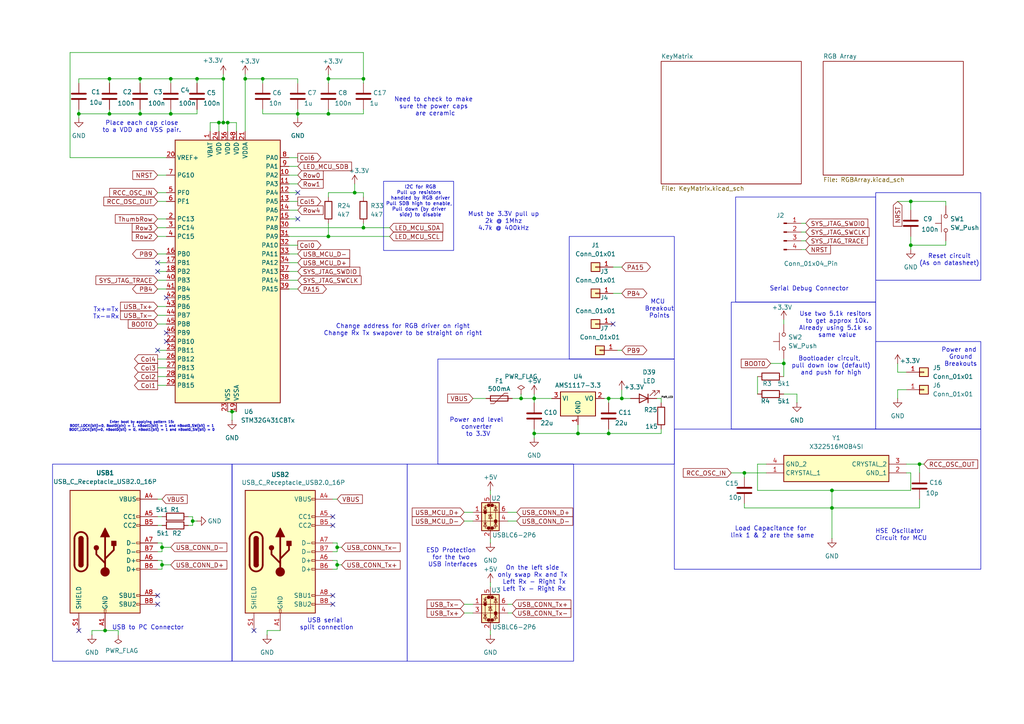
<source format=kicad_sch>
(kicad_sch (version 20250114) (generator "eeschema") (generator_version "9.0")
  (paper "A4")
  (title_block (title "TheFalcon[Left["))
  (rectangle (start 165.1 68.58) (end 195.58 104.14))
  (rectangle (start 118.11 134.62) (end 166.37 191.77))
  (rectangle (start 254 99.06) (end 284.48 124.46))
  (rectangle (start 212.09 87.63) (end 254 124.46))
  (rectangle (start 111.252 52.578) (end 131.572 72.644))
  (rectangle (start 67.31 134.62) (end 118.11 191.77))
  (rectangle (start 254 55.88) (end 284.48 81.28))
  (rectangle (start 195.58 124.46) (end 284.48 165.1))
  (rectangle (start 15.24 134.62) (end 67.31 191.77))
  (rectangle (start 127 104.14) (end 195.58 134.62))
  (rectangle (start 213.36 57.15) (end 254 87.63))
  (text "Place each cap close\nto a VDD and VSS pair." (at 41.148 36.83 0) (effects (font (size 1.27 1.27))))
  (text "Load Capacitance for \nlink 1 & 2 are the same" (at 224.028 154.432 0) (effects (font (size 1.27 1.27))))
  (text "Power and \nGround\nBreakouts\n" (at 278.638 103.632 0) (effects (font (size 1.27 1.27))))
  (text "Tx+=Tx\nTx-=Rx" (at 30.734 90.932 0) (effects (font (size 1.27 1.27))))
  (text "Must be 3.3V pull up\n2k @ 1Mhz\n4.7k @ 400kHz\n" (at 146.05 64.262 0) (effects (font (size 1.27 1.27))))
  (text "Need to check to make \nsure the power caps \nare ceramic" (at 126.238 30.988 0) (effects (font (size 1.27 1.27))))
  (text "Reset circuit\n(As on datasheet)\n" (at 275.336 75.438 0) (effects (font (size 1.27 1.27))))
  (text "USB serial \nsplit connection" (at 94.742 181.102 0) (effects (font (size 1.27 1.27))))
  (text "Bootloader circuit, \npull down low (default)\nand push for high" (at 241.046 106.172 0) (effects (font (size 1.27 1.27))))
  (text "Change address for RGB driver on right\nChange Rx Tx swapover to be straight on right" (at 116.84 95.758 0) (effects (font (size 1.27 1.27))))
  (text "Enter boot by applying pattern 15:\nBOOT_LOCK(bit)=0, Boot0(pin) = 1, nBoot1(bit) = 1 and nBoot0_SW(bit) = 1\nBOOT_LOCK(bit)=0, nBoot0(bit) = 0, nBoot1(bit) = 1 and nBoot0_SW(bit) = 0" (at 41.148 123.698 0) (effects (font (size 0.7 0.7))))
  (text "Power and level \nconverter \nto 3.3V" (at 138.684 123.952 0) (effects (font (size 1.27 1.27))))
  (text "MCU \nBreakout\nPoints" (at 191.262 89.662 0) (effects (font (size 1.27 1.27))))
  (text "USB to PC Connector\n" (at 42.926 182.118 0) (effects (font (size 1.27 1.27))))
  (text "ESD Protection \nfor the two \nUSB interfaces" (at 131.318 161.798 0) (effects (font (size 1.27 1.27))))
  (text "HSE Oscillator \nCircuit for MCU" (at 261.366 155.194 0) (effects (font (size 1.27 1.27))))
  (text "I2C for RGB\nPull up resistors \nhandled by RGB driver\nPull SDB high to enable, \nPull down (by driver \nside) to disable" (at 121.92 58.42 0) (effects (font (size 1 1))))
  (text "Use two 5.1k resitors \nto get approx 10k.\nAlready using 5.1k so \nsame value\n" (at 242.824 94.234 0) (effects (font (size 1.27 1.27))))
  (text "Serial Debug Connector\n" (at 234.696 83.82 0) (effects (font (size 1.27 1.27))))
  (text "On the left side \nonly swap Rx and Tx \nLeft Rx - Right Tx\nLeft Tx - Right Rx" (at 154.94 167.894 0) (effects (font (size 1.27 1.27))))
  (junction (at 63.5 35.56))
  (junction (at 95.25 68.58))
  (junction (at 105.41 22.86))
  (junction (at 49.53 22.86))
  (junction (at 95.25 22.86))
  (junction (at 215.9 137.16))
  (junction (at 46.99 163.83))
  (junction (at 31.75 33.02))
  (junction (at 180.34 115.57))
  (junction (at 64.77 35.56))
  (junction (at 105.41 66.04))
  (junction (at 71.12 22.86))
  (junction (at 95.25 33.02))
  (junction (at 22.86 33.02))
  (junction (at 31.75 22.86))
  (junction (at 86.36 33.02))
  (junction (at 264.16 58.42))
  (junction (at 154.94 125.73))
  (junction (at 46.99 158.75))
  (junction (at 167.64 125.73))
  (junction (at 154.94 115.57))
  (junction (at 176.53 115.57))
  (junction (at 97.79 158.75))
  (junction (at 40.64 33.02))
  (junction (at 176.53 125.73))
  (junction (at 266.7 134.62))
  (junction (at 66.04 35.56))
  (junction (at 151.13 115.57))
  (junction (at 30.48 182.88))
  (junction (at 76.2 22.86))
  (junction (at 241.3 147.32))
  (junction (at 64.77 22.86))
  (junction (at 57.15 22.86))
  (junction (at 55.88 151.13))
  (junction (at 67.31 119.38))
  (junction (at 241.3 142.24))
  (junction (at 264.16 71.12))
  (junction (at 102.87 55.88))
  (junction (at 227.33 105.41))
  (junction (at 40.64 22.86))
  (junction (at 97.79 163.83))
  (junction (at 49.53 33.02))
  (no_connect (at 86.36 63.5))
  (no_connect (at 45.72 76.2))
  (no_connect (at 73.66 182.88))
  (no_connect (at 45.72 78.74))
  (no_connect (at 48.26 99.06))
  (no_connect (at 45.72 172.72))
  (no_connect (at 45.72 101.6))
  (no_connect (at 86.36 55.88))
  (no_connect (at 22.86 182.88))
  (no_connect (at 48.26 96.52))
  (no_connect (at 45.72 175.26))
  (no_connect (at 96.52 172.72))
  (no_connect (at 96.52 175.26))
  (no_connect (at 96.52 149.86))
  (no_connect (at 48.26 86.36))
  (no_connect (at 96.52 152.4))
  (no_connect (at 177.8 93.98))
  (wire (pts (xy 105.41 55.88) (xy 105.41 57.15)))
  (wire (pts (xy 154.94 124.46) (xy 154.94 125.73)))
  (wire (pts (xy 40.64 22.86) (xy 49.53 22.86)))
  (wire (pts (xy 154.94 125.73) (xy 154.94 127)))
  (wire (pts (xy 134.62 175.26) (xy 137.16 175.26)))
  (wire (pts (xy 154.94 125.73) (xy 167.64 125.73)))
  (wire (pts (xy 97.79 162.56) (xy 97.79 163.83)))
  (wire (pts (xy 223.52 105.41) (xy 227.33 105.41)))
  (wire (pts (xy 105.41 22.86) (xy 105.41 24.13)))
  (wire (pts (xy 45.72 165.1) (xy 46.99 165.1)))
  (wire (pts (xy 142.24 142.24) (xy 142.24 143.51)))
  (wire (pts (xy 54.61 152.4) (xy 55.88 152.4)))
  (wire (pts (xy 233.68 72.39) (xy 232.41 72.39)))
  (wire (pts (xy 154.94 115.57) (xy 154.94 116.84)))
  (wire (pts (xy 46.99 160.02) (xy 45.72 160.02)))
  (wire (pts (xy 55.88 152.4) (xy 55.88 151.13)))
  (wire (pts (xy 86.36 33.02) (xy 86.36 34.29)))
  (wire (pts (xy 55.88 149.86) (xy 55.88 151.13)))
  (wire (pts (xy 34.29 182.88) (xy 30.48 182.88)))
  (wire (pts (xy 49.53 22.86) (xy 49.53 24.13)))
  (wire (pts (xy 274.32 69.85) (xy 274.32 71.12)))
  (wire (pts (xy 95.25 22.86) (xy 95.25 24.13)))
  (wire (pts (xy 22.86 22.86) (xy 22.86 24.13)))
  (wire (pts (xy 154.94 114.3) (xy 154.94 115.57)))
  (wire (pts (xy 63.5 35.56) (xy 63.5 38.1)))
  (wire (pts (xy 215.9 146.05) (xy 215.9 147.32)))
  (wire (pts (xy 262.89 113.03) (xy 260.35 113.03)))
  (wire (pts (xy 105.41 64.77) (xy 105.41 66.04)))
  (wire (pts (xy 86.36 83.82) (xy 83.82 83.82)))
  (wire (pts (xy 57.15 22.86) (xy 57.15 24.13)))
  (wire (pts (xy 137.16 115.57) (xy 140.97 115.57)))
  (wire (pts (xy 66.04 35.56) (xy 66.04 38.1)))
  (wire (pts (xy 40.64 31.75) (xy 40.64 33.02)))
  (wire (pts (xy 45.72 157.48) (xy 46.99 157.48)))
  (wire (pts (xy 97.79 157.48) (xy 97.79 158.75)))
  (wire (pts (xy 212.09 137.16) (xy 215.9 137.16)))
  (wire (pts (xy 96.52 144.78) (xy 97.79 144.78)))
  (wire (pts (xy 241.3 142.24) (xy 264.16 142.24)))
  (wire (pts (xy 86.36 81.28) (xy 83.82 81.28)))
  (wire (pts (xy 45.72 55.88) (xy 48.26 55.88)))
  (wire (pts (xy 31.75 22.86) (xy 40.64 22.86)))
  (wire (pts (xy 45.72 83.82) (xy 48.26 83.82)))
  (wire (pts (xy 68.58 35.56) (xy 66.04 35.56)))
  (wire (pts (xy 68.58 38.1) (xy 68.58 35.56)))
  (wire (pts (xy 57.15 33.02) (xy 49.53 33.02)))
  (wire (pts (xy 60.96 35.56) (xy 60.96 38.1)))
  (wire (pts (xy 45.72 104.14) (xy 48.26 104.14)))
  (wire (pts (xy 71.12 22.86) (xy 76.2 22.86)))
  (wire (pts (xy 57.15 31.75) (xy 57.15 33.02)))
  (wire (pts (xy 26.67 182.88) (xy 30.48 182.88)))
  (wire (pts (xy 45.72 73.66) (xy 48.26 73.66)))
  (wire (pts (xy 76.2 22.86) (xy 86.36 22.86)))
  (wire (pts (xy 66.04 119.38) (xy 67.31 119.38)))
  (wire (pts (xy 142.24 156.21) (xy 142.24 157.48)))
  (wire (pts (xy 96.52 157.48) (xy 97.79 157.48)))
  (wire (pts (xy 142.24 168.91) (xy 142.24 170.18)))
  (wire (pts (xy 57.15 22.86) (xy 64.77 22.86)))
  (wire (pts (xy 264.16 137.16) (xy 264.16 142.24)))
  (wire (pts (xy 105.41 33.02) (xy 105.41 31.75)))
  (wire (pts (xy 45.72 152.4) (xy 46.99 152.4)))
  (wire (pts (xy 95.25 64.77) (xy 95.25 68.58)))
  (wire (pts (xy 149.86 148.59) (xy 147.32 148.59)))
  (wire (pts (xy 180.34 113.03) (xy 180.34 115.57)))
  (wire (pts (xy 46.99 158.75) (xy 49.53 158.75)))
  (wire (pts (xy 86.36 53.34) (xy 83.82 53.34)))
  (wire (pts (xy 102.87 53.34) (xy 102.87 55.88)))
  (wire (pts (xy 260.35 58.42) (xy 264.16 58.42)))
  (wire (pts (xy 134.62 151.13) (xy 137.16 151.13)))
  (wire (pts (xy 22.86 33.02) (xy 31.75 33.02)))
  (wire (pts (xy 45.72 93.98) (xy 48.26 93.98)))
  (wire (pts (xy 76.2 31.75) (xy 76.2 33.02)))
  (wire (pts (xy 274.32 58.42) (xy 274.32 59.69)))
  (wire (pts (xy 222.25 137.16) (xy 215.9 137.16)))
  (wire (pts (xy 191.77 125.73) (xy 176.53 125.73)))
  (wire (pts (xy 262.89 107.95) (xy 260.35 107.95)))
  (wire (pts (xy 86.36 31.75) (xy 86.36 33.02)))
  (wire (pts (xy 46.99 163.83) (xy 46.99 165.1)))
  (wire (pts (xy 227.33 104.14) (xy 227.33 105.41)))
  (wire (pts (xy 148.59 115.57) (xy 151.13 115.57)))
  (wire (pts (xy 264.16 68.58) (xy 264.16 71.12)))
  (wire (pts (xy 215.9 147.32) (xy 241.3 147.32)))
  (wire (pts (xy 191.77 124.46) (xy 191.77 125.73)))
  (wire (pts (xy 22.86 31.75) (xy 22.86 33.02)))
  (wire (pts (xy 67.31 119.38) (xy 68.58 119.38)))
  (wire (pts (xy 97.79 160.02) (xy 96.52 160.02)))
  (wire (pts (xy 241.3 142.24) (xy 241.3 147.32)))
  (wire (pts (xy 95.25 33.02) (xy 105.41 33.02)))
  (wire (pts (xy 151.13 115.57) (xy 154.94 115.57)))
  (wire (pts (xy 26.67 182.88) (xy 26.67 184.15)))
  (wire (pts (xy 97.79 158.75) (xy 97.79 160.02)))
  (wire (pts (xy 55.88 151.13) (xy 57.15 151.13)))
  (wire (pts (xy 266.7 147.32) (xy 266.7 144.78)))
  (wire (pts (xy 262.89 134.62) (xy 266.7 134.62)))
  (wire (pts (xy 83.82 68.58) (xy 95.25 68.58)))
  (wire (pts (xy 86.36 63.5) (xy 83.82 63.5)))
  (wire (pts (xy 86.36 45.72) (xy 83.82 45.72)))
  (wire (pts (xy 45.72 66.04) (xy 48.26 66.04)))
  (wire (pts (xy 260.35 107.95) (xy 260.35 105.41)))
  (wire (pts (xy 86.36 48.26) (xy 83.82 48.26)))
  (wire (pts (xy 176.53 115.57) (xy 180.34 115.57)))
  (wire (pts (xy 46.99 163.83) (xy 49.53 163.83)))
  (wire (pts (xy 67.31 119.38) (xy 67.31 121.92)))
  (wire (pts (xy 227.33 114.3) (xy 231.14 114.3)))
  (wire (pts (xy 262.89 137.16) (xy 264.16 137.16)))
  (wire (pts (xy 64.77 35.56) (xy 63.5 35.56)))
  (wire (pts (xy 71.12 22.86) (xy 71.12 38.1)))
  (wire (pts (xy 260.35 113.03) (xy 260.35 115.57)))
  (wire (pts (xy 233.68 67.31) (xy 232.41 67.31)))
  (wire (pts (xy 264.16 72.39) (xy 264.16 71.12)))
  (wire (pts (xy 45.72 76.2) (xy 48.26 76.2)))
  (wire (pts (xy 154.94 115.57) (xy 160.02 115.57)))
  (wire (pts (xy 177.8 77.47) (xy 180.34 77.47)))
  (wire (pts (xy 176.53 115.57) (xy 176.53 116.84)))
  (wire (pts (xy 233.68 64.77) (xy 232.41 64.77)))
  (wire (pts (xy 86.36 33.02) (xy 95.25 33.02)))
  (wire (pts (xy 97.79 163.83) (xy 97.79 165.1)))
  (wire (pts (xy 86.36 60.96) (xy 83.82 60.96)))
  (wire (pts (xy 40.64 22.86) (xy 40.64 24.13)))
  (wire (pts (xy 177.8 85.09) (xy 180.34 85.09)))
  (wire (pts (xy 77.47 182.88) (xy 81.28 182.88)))
  (wire (pts (xy 142.24 182.88) (xy 142.24 184.15)))
  (wire (pts (xy 54.61 149.86) (xy 55.88 149.86)))
  (wire (pts (xy 222.25 134.62) (xy 219.71 134.62)))
  (wire (pts (xy 175.26 115.57) (xy 176.53 115.57)))
  (wire (pts (xy 22.86 33.02) (xy 22.86 34.29)))
  (wire (pts (xy 45.72 50.8) (xy 48.26 50.8)))
  (wire (pts (xy 49.53 31.75) (xy 49.53 33.02)))
  (wire (pts (xy 95.25 22.86) (xy 105.41 22.86)))
  (wire (pts (xy 96.52 162.56) (xy 97.79 162.56)))
  (wire (pts (xy 149.86 151.13) (xy 147.32 151.13)))
  (wire (pts (xy 266.7 134.62) (xy 266.7 137.16)))
  (wire (pts (xy 86.36 50.8) (xy 83.82 50.8)))
  (wire (pts (xy 46.99 157.48) (xy 46.99 158.75)))
  (wire (pts (xy 64.77 21.59) (xy 64.77 22.86)))
  (wire (pts (xy 95.25 68.58) (xy 113.03 68.58)))
  (wire (pts (xy 31.75 22.86) (xy 31.75 24.13)))
  (wire (pts (xy 264.16 58.42) (xy 264.16 60.96)))
  (wire (pts (xy 20.32 45.72) (xy 48.26 45.72)))
  (wire (pts (xy 86.36 71.12) (xy 83.82 71.12)))
  (wire (pts (xy 45.72 58.42) (xy 48.26 58.42)))
  (wire (pts (xy 190.5 115.57) (xy 191.77 115.57)))
  (wire (pts (xy 266.7 134.62) (xy 267.97 134.62)))
  (wire (pts (xy 31.75 33.02) (xy 40.64 33.02)))
  (wire (pts (xy 134.62 148.59) (xy 137.16 148.59)))
  (wire (pts (xy 219.71 109.22) (xy 219.71 114.3)))
  (wire (pts (xy 45.72 91.44) (xy 48.26 91.44)))
  (wire (pts (xy 45.72 162.56) (xy 46.99 162.56)))
  (wire (pts (xy 241.3 147.32) (xy 241.3 156.21)))
  (wire (pts (xy 46.99 158.75) (xy 46.99 160.02)))
  (wire (pts (xy 45.72 106.68) (xy 48.26 106.68)))
  (wire (pts (xy 191.77 115.57) (xy 191.77 116.84)))
  (wire (pts (xy 96.52 165.1) (xy 97.79 165.1)))
  (wire (pts (xy 176.53 124.46) (xy 176.53 125.73)))
  (wire (pts (xy 86.36 58.42) (xy 83.82 58.42)))
  (wire (pts (xy 49.53 33.02) (xy 40.64 33.02)))
  (wire (pts (xy 45.72 88.9) (xy 48.26 88.9)))
  (wire (pts (xy 45.72 68.58) (xy 48.26 68.58)))
  (wire (pts (xy 95.25 33.02) (xy 95.25 31.75)))
  (wire (pts (xy 76.2 33.02) (xy 86.36 33.02)))
  (wire (pts (xy 45.72 149.86) (xy 46.99 149.86)))
  (wire (pts (xy 46.99 144.78) (xy 45.72 144.78)))
  (wire (pts (xy 45.72 101.6) (xy 48.26 101.6)))
  (wire (pts (xy 227.33 92.71) (xy 227.33 93.98)))
  (wire (pts (xy 71.12 21.59) (xy 71.12 22.86)))
  (wire (pts (xy 134.62 177.8) (xy 137.16 177.8)))
  (wire (pts (xy 66.04 35.56) (xy 64.77 35.56)))
  (wire (pts (xy 95.25 55.88) (xy 102.87 55.88)))
  (wire (pts (xy 20.32 15.24) (xy 105.41 15.24)))
  (wire (pts (xy 63.5 35.56) (xy 60.96 35.56)))
  (wire (pts (xy 45.72 63.5) (xy 48.26 63.5)))
  (wire (pts (xy 64.77 22.86) (xy 64.77 35.56)))
  (wire (pts (xy 86.36 73.66) (xy 83.82 73.66)))
  (wire (pts (xy 97.79 163.83) (xy 99.06 163.83)))
  (wire (pts (xy 231.14 114.3) (xy 231.14 116.84)))
  (wire (pts (xy 86.36 78.74) (xy 83.82 78.74)))
  (wire (pts (xy 148.59 175.26) (xy 147.32 175.26)))
  (wire (pts (xy 219.71 142.24) (xy 241.3 142.24)))
  (wire (pts (xy 264.16 58.42) (xy 274.32 58.42)))
  (wire (pts (xy 46.99 162.56) (xy 46.99 163.83)))
  (wire (pts (xy 20.32 45.72) (xy 20.32 15.24)))
  (wire (pts (xy 49.53 22.86) (xy 57.15 22.86)))
  (wire (pts (xy 76.2 22.86) (xy 76.2 24.13)))
  (wire (pts (xy 86.36 22.86) (xy 86.36 24.13)))
  (wire (pts (xy 83.82 66.04) (xy 105.41 66.04)))
  (wire (pts (xy 105.41 15.24) (xy 105.41 22.86)))
  (wire (pts (xy 45.72 111.76) (xy 48.26 111.76)))
  (wire (pts (xy 167.64 125.73) (xy 176.53 125.73)))
  (wire (pts (xy 167.64 125.73) (xy 167.64 123.19)))
  (wire (pts (xy 86.36 76.2) (xy 83.82 76.2)))
  (wire (pts (xy 266.7 147.32) (xy 241.3 147.32)))
  (wire (pts (xy 233.68 69.85) (xy 232.41 69.85)))
  (wire (pts (xy 151.13 114.3) (xy 151.13 115.57)))
  (wire (pts (xy 179.07 101.6) (xy 180.34 101.6)))
  (wire (pts (xy 22.86 22.86) (xy 31.75 22.86)))
  (wire (pts (xy 97.79 158.75) (xy 99.06 158.75)))
  (wire (pts (xy 215.9 137.16) (xy 215.9 138.43)))
  (wire (pts (xy 219.71 134.62) (xy 219.71 142.24)))
  (wire (pts (xy 95.25 57.15) (xy 95.25 55.88)))
  (wire (pts (xy 95.25 21.59) (xy 95.25 22.86)))
  (wire (pts (xy 102.87 55.88) (xy 105.41 55.88)))
  (wire (pts (xy 45.72 78.74) (xy 48.26 78.74)))
  (wire (pts (xy 34.29 184.15) (xy 34.29 182.88)))
  (wire (pts (xy 148.59 177.8) (xy 147.32 177.8)))
  (wire (pts (xy 77.47 182.88) (xy 77.47 184.15)))
  (wire (pts (xy 264.16 71.12) (xy 274.32 71.12)))
  (wire (pts (xy 45.72 81.28) (xy 48.26 81.28)))
  (wire (pts (xy 180.34 115.57) (xy 182.88 115.57)))
  (wire (pts (xy 31.75 31.75) (xy 31.75 33.02)))
  (wire (pts (xy 227.33 105.41) (xy 227.33 109.22)))
  (wire (pts (xy 86.36 55.88) (xy 83.82 55.88)))
  (wire (pts (xy 105.41 66.04) (xy 113.03 66.04)))
  (wire (pts (xy 45.72 109.22) (xy 48.26 109.22)))
  (label "PWR_LED" (at 191.77 115.57 0) (effects (font (size 0.5 0.5))))
  (global_label "USB_CONN_Tx+" (shape input) (at 148.59 175.26 0) (property "Intersheetrefs" "${INTERSHEET_REFS}" (effects (hide yes))))
  (global_label "PB4" (shape bidirectional) (at 45.72 83.82 180) (property "Intersheetrefs" "${INTERSHEET_REFS}" (effects (hide yes))))
  (global_label "LED_MCU_SDA" (shape input) (at 113.03 66.04 0) (property "Intersheetrefs" "${INTERSHEET_REFS}" (effects (hide yes))))
  (global_label "SYS_JTAG_TRACE" (shape input) (at 233.68 69.85 0) (property "Intersheetrefs" "${INTERSHEET_REFS}" (effects (hide yes))))
  (global_label "RCC_OSC_IN" (shape input) (at 45.72 55.88 180) (property "Intersheetrefs" "${INTERSHEET_REFS}" (effects (hide yes))))
  (global_label "USB_CONN_Tx-" (shape input) (at 148.59 177.8 0) (property "Intersheetrefs" "${INTERSHEET_REFS}" (effects (hide yes))))
  (global_label "Col0" (shape output) (at 86.36 71.12 0) (property "Intersheetrefs" "${INTERSHEET_REFS}" (effects (hide yes))))
  (global_label "SYS_JTAG_SWCLK" (shape input) (at 86.36 81.28 0) (property "Intersheetrefs" "${INTERSHEET_REFS}" (effects (hide yes))))
  (global_label "USB_Tx+" (shape input) (at 134.62 177.8 180) (property "Intersheetrefs" "${INTERSHEET_REFS}" (effects (hide yes))))
  (global_label "RCC_OSC_OUT" (shape input) (at 267.97 134.62 0) (property "Intersheetrefs" "${INTERSHEET_REFS}" (effects (hide yes))))
  (global_label "USB_MCU_D-" (shape input) (at 134.62 151.13 180) (property "Intersheetrefs" "${INTERSHEET_REFS}" (effects (hide yes))))
  (global_label "RCC_OSC_IN" (shape input) (at 212.09 137.16 180) (property "Intersheetrefs" "${INTERSHEET_REFS}" (effects (hide yes))))
  (global_label "Col4" (shape output) (at 45.72 104.14 180) (property "Intersheetrefs" "${INTERSHEET_REFS}" (effects (hide yes))))
  (global_label "Row4" (shape input) (at 86.36 60.96 0) (property "Intersheetrefs" "${INTERSHEET_REFS}" (effects (hide yes))))
  (global_label "BOOT0" (shape input) (at 45.72 93.98 180) (property "Intersheetrefs" "${INTERSHEET_REFS}" (effects (hide yes))))
  (global_label "Row2" (shape input) (at 45.72 68.58 180) (property "Intersheetrefs" "${INTERSHEET_REFS}" (effects (hide yes))))
  (global_label "Col2" (shape output) (at 45.72 109.22 180) (property "Intersheetrefs" "${INTERSHEET_REFS}" (effects (hide yes))))
  (global_label "PB9" (shape bidirectional) (at 45.72 73.66 180) (property "Intersheetrefs" "${INTERSHEET_REFS}" (effects (hide yes))))
  (global_label "NRST" (shape input) (at 233.68 72.39 0) (property "Intersheetrefs" "${INTERSHEET_REFS}" (effects (hide yes))))
  (global_label "PB9" (shape bidirectional) (at 180.34 101.6 0) (property "Intersheetrefs" "${INTERSHEET_REFS}" (effects (hide yes))))
  (global_label "USB_CONN_D+" (shape input) (at 149.86 148.59 0) (property "Intersheetrefs" "${INTERSHEET_REFS}" (effects (hide yes))))
  (global_label "USB_MCU_D+" (shape input) (at 134.62 148.59 180) (property "Intersheetrefs" "${INTERSHEET_REFS}" (effects (hide yes))))
  (global_label "PA15" (shape bidirectional) (at 180.34 77.47 0) (property "Intersheetrefs" "${INTERSHEET_REFS}" (effects (hide yes))))
  (global_label "USB_Tx+" (shape input) (at 45.72 88.9 180) (property "Intersheetrefs" "${INTERSHEET_REFS}" (effects (hide yes))))
  (global_label "VBUS" (shape input) (at 46.99 144.78 0) (property "Intersheetrefs" "${INTERSHEET_REFS}" (effects (hide yes))))
  (global_label "SYS_JTAG_SWDIO" (shape input) (at 233.68 64.77 0) (property "Intersheetrefs" "${INTERSHEET_REFS}" (effects (hide yes))))
  (global_label "USB_CONN_D-" (shape input) (at 49.53 158.75 0) (property "Intersheetrefs" "${INTERSHEET_REFS}" (effects (hide yes))))
  (global_label "Row0" (shape input) (at 86.36 50.8 0) (property "Intersheetrefs" "${INTERSHEET_REFS}" (effects (hide yes))))
  (global_label "USB_CONN_Tx-" (shape input) (at 99.06 158.75 0) (property "Intersheetrefs" "${INTERSHEET_REFS}" (effects (hide yes))))
  (global_label "PB4" (shape bidirectional) (at 180.34 85.09 0) (property "Intersheetrefs" "${INTERSHEET_REFS}" (effects (hide yes))))
  (global_label "USB_MCU_D+" (shape input) (at 86.36 76.2 0) (property "Intersheetrefs" "${INTERSHEET_REFS}" (effects (hide yes))))
  (global_label "LED_MCU_SDB" (shape input) (at 86.36 48.26 0) (property "Intersheetrefs" "${INTERSHEET_REFS}" (effects (hide yes))))
  (global_label "SYS_JTAG_TRACE" (shape input) (at 45.72 81.28 180) (property "Intersheetrefs" "${INTERSHEET_REFS}" (effects (hide yes))))
  (global_label "USB_CONN_D+" (shape input) (at 49.53 163.83 0) (property "Intersheetrefs" "${INTERSHEET_REFS}" (effects (hide yes))))
  (global_label "Col3" (shape output) (at 45.72 106.68 180) (property "Intersheetrefs" "${INTERSHEET_REFS}" (effects (hide yes))))
  (global_label "SYS_JTAG_SWCLK" (shape input) (at 233.68 67.31 0) (property "Intersheetrefs" "${INTERSHEET_REFS}" (effects (hide yes))))
  (global_label "Col6" (shape output) (at 86.36 45.72 0) (property "Intersheetrefs" "${INTERSHEET_REFS}" (effects (hide yes))))
  (global_label "LED_MCU_SCL" (shape input) (at 113.03 68.58 0) (property "Intersheetrefs" "${INTERSHEET_REFS}" (effects (hide yes))))
  (global_label "USB_Tx-" (shape input) (at 134.62 175.26 180) (property "Intersheetrefs" "${INTERSHEET_REFS}" (effects (hide yes))))
  (global_label "VBUS" (shape input) (at 97.79 144.78 0) (property "Intersheetrefs" "${INTERSHEET_REFS}" (effects (hide yes))))
  (global_label "SYS_JTAG_SWDIO" (shape input) (at 86.36 78.74 0) (property "Intersheetrefs" "${INTERSHEET_REFS}" (effects (hide yes))))
  (global_label "BOOT0" (shape input) (at 223.52 105.41 180) (property "Intersheetrefs" "${INTERSHEET_REFS}" (effects (hide yes))))
  (global_label "Col5" (shape output) (at 86.36 58.42 0) (property "Intersheetrefs" "${INTERSHEET_REFS}" (effects (hide yes))))
  (global_label "USB_MCU_D-" (shape input) (at 86.36 73.66 0) (property "Intersheetrefs" "${INTERSHEET_REFS}" (effects (hide yes))))
  (global_label "Row3" (shape input) (at 45.72 66.04 180) (property "Intersheetrefs" "${INTERSHEET_REFS}" (effects (hide yes))))
  (global_label "VBUS" (shape input) (at 137.16 115.57 180) (property "Intersheetrefs" "${INTERSHEET_REFS}" (effects (hide yes))))
  (global_label "NRST" (shape input) (at 260.35 58.42 270) (property "Intersheetrefs" "${INTERSHEET_REFS}" (effects (hide yes))))
  (global_label "RCC_OSC_OUT" (shape input) (at 45.72 58.42 180) (property "Intersheetrefs" "${INTERSHEET_REFS}" (effects (hide yes))))
  (global_label "USB_CONN_Tx+" (shape input) (at 99.06 163.83 0) (property "Intersheetrefs" "${INTERSHEET_REFS}" (effects (hide yes))))
  (global_label "ThumbRow" (shape input) (at 45.72 63.5 180) (property "Intersheetrefs" "${INTERSHEET_REFS}" (effects (hide yes))))
  (global_label "USB_CONN_D-" (shape input) (at 149.86 151.13 0) (property "Intersheetrefs" "${INTERSHEET_REFS}" (effects (hide yes))))
  (global_label "USB_Tx-" (shape input) (at 45.72 91.44 180) (property "Intersheetrefs" "${INTERSHEET_REFS}" (effects (hide yes))))
  (global_label "PA15" (shape bidirectional) (at 86.36 83.82 0) (property "Intersheetrefs" "${INTERSHEET_REFS}" (effects (hide yes))))
  (global_label "Col1" (shape output) (at 45.72 111.76 180) (property "Intersheetrefs" "${INTERSHEET_REFS}" (effects (hide yes))))
  (global_label "NRST" (shape input) (at 45.72 50.8 180) (property "Intersheetrefs" "${INTERSHEET_REFS}" (effects (hide yes))))
  (global_label "Row1" (shape input) (at 86.36 53.34 0) (property "Intersheetrefs" "${INTERSHEET_REFS}" (effects (hide yes))))
  (symbol (lib_id "power:PWR_FLAG") (at 151.13 114.3 0) (unit 1)
    (property "Reference" "#FLG01" (effects (hide yes)))
    (property "Value" "PWR_FLAG" (at 151.13 109.22 0))
    (property "Description" "Special symbol for telling ERC where power comes from" (effects (hide yes)))
  )
  (symbol (lib_id "Connector_Generic:Conn_01x01") (at 267.97 113.03 0) (unit 1)
    (property "Reference" "J6" (at 270.51 111.7599 0) (effects (justify left)))
    (property "Value" "Conn_01x01" (at 270.51 114.2999 0) (effects (justify left)))
    (property "Footprint" "Connector_Wire:SolderWire-0.1sqmm_1x01_D0.4mm_OD1mm" (effects (hide yes)))
    (property "Description" "Generic connector, single row, 01x01, script generated (kicad-library-utils/schlib/autogen/connector/)" (effects (hide yes)))
  )
  (symbol (lib_id "power:GND") (at 77.47 184.15 0) (unit 1)
    (property "Reference" "#PWR02" (effects (hide yes)))
    (property "Value" "GND" (at 77.47 189.23 0))
    (property "Description" "Power symbol creates a global label with name \"GND\" , ground" (effects (hide yes)))
  )
  (symbol (lib_id "MCU_ST_STM32G4:STM32G431CBTx") (at 66.04 78.74 0) (unit 1)
    (property "Reference" "U6" (at 70.7233 119.38 0) (effects (justify left)))
    (property "Value" "STM32G431CBTx" (at 69.85 121.92 0) (effects (justify left)))
    (property "Footprint" "Package_QFP:LQFP-48_7x7mm_P0.5mm" (effects (hide yes)))
    (property "Datasheet" "https://www.st.com/resource/en/datasheet/stm32g431cb.pdf" (effects (hide yes)))
    (property "Description" "STMicroelectronics Arm Cortex-M4 MCU, 128KB flash, 32KB RAM, 170 MHz, 1.71-3.6V, 38 GPIO, LQFP48" (effects (hide yes)))
    (property "LCSC Part Number" "C529355" (effects (hide yes)))
  )
  (symbol (lib_id "power:+5V") (at 142.24 142.24 0) (unit 1)
    (property "Reference" "#PWR017" (effects (hide yes)))
    (property "Value" "+5V" (at 142.24 138.43 0))
    (property "Description" "Power symbol creates a global label with name \"+5V\"" (effects (hide yes)))
  )
  (symbol (lib_id "Connector:Conn_01x04_Pin") (at 227.33 67.31 0) (unit 1)
    (property "Reference" "J2" (at 226.314 62.484 0))
    (property "Value" "Conn_01x04_Pin" (at 235.204 76.454 0))
    (property "Footprint" "Connector_Wire:SolderWire-1sqmm_1x04_P5.4mm_D1.4mm_OD2.7mm" (effects (hide yes)))
    (property "Description" "Generic connector, single row, 01x04, script generated" (effects (hide yes)))
  )
  (symbol (lib_id "Device:C") (at 215.9 142.24 0) (unit 1)
    (property "Reference" "C15" (at 210.312 140.208 0) (effects (justify left)))
    (property "Value" "10p" (at 211.328 144.272 0) (effects (justify left)))
    (property "Footprint" "Capacitor_SMD:C_0402_1005Metric" (effects (hide yes)))
    (property "Description" "Unpolarized capacitor" (effects (hide yes)))
    (property "LCSC Part Number" "C1545" (effects (hide yes)))
  )
  (symbol (lib_id "Power_Protection:USBLC6-2P6") (at 142.24 148.59 0) (unit 1)
    (property "Reference" "U2" (at 142.494 144.526 0) (effects (justify left)))
    (property "Value" "USBLC6-2P6" (at 142.748 155.194 0) (effects (justify left)))
    (property "Footprint" "Package_TO_SOT_SMD:SOT-666" (effects (hide yes)))
    (property "Datasheet" "https://www.st.com/resource/en/datasheet/usblc6-2.pdf" (effects (hide yes)))
    (property "Description" "Very low capacitance ESD protection diode, 2 data-line, SOT-666" (effects (hide yes)))
    (property "LCSC Part Number" "C29780639" (effects (hide yes)))
  )
  (symbol (lib_id "power:GND") (at 154.94 127 0) (unit 1)
    (property "Reference" "#PWR016" (effects (hide yes)))
    (property "Value" "GND" (at 154.94 132.08 0))
    (property "Description" "Power symbol creates a global label with name \"GND\" , ground" (effects (hide yes)))
  )
  (symbol (lib_id "power:+3.3V") (at 227.33 92.71 0) (unit 1)
    (property "Reference" "#PWR012" (effects (hide yes)))
    (property "Value" "+3.3V" (at 226.822 89.154 0))
    (property "Description" "Power symbol creates a global label with name \"+3.3V\"" (effects (hide yes)))
  )
  (symbol (lib_id "Device:R") (at 191.77 120.65 180) (unit 1)
    (property "Reference" "R25" (at 188.722 118.872 0))
    (property "Value" "1k5" (at 188.976 123.698 0))
    (property "Footprint" "Resistor_SMD:R_0603_1608Metric" (effects (hide yes)))
    (property "Description" "Resistor" (effects (hide yes)))
    (property "LCSC Part Number" "C22843" (effects (hide yes)))
  )
  (symbol (lib_id "power:+3.3V") (at 95.25 21.59 0) (unit 1)
    (property "Reference" "#PWR037" (effects (hide yes)))
    (property "Value" "+3.3V" (at 96.52 17.78 0))
    (property "Description" "Power symbol creates a global label with name \"+3.3V\"" (effects (hide yes)))
  )
  (symbol (lib_id "Switch:SW_Push") (at 274.32 64.77 90) (unit 1)
    (property "Reference" "SW1" (at 275.59 63.4999 90) (effects (justify right)))
    (property "Value" "SW_Push" (at 275.59 66.0399 90) (effects (justify right)))
    (property "Footprint" "CustomSPDTButton:SPDT_Switch_KiCad_BasicComponent" (effects (hide yes)))
    (property "Description" "Push button switch, generic, two pins" (effects (hide yes)))
    (property "LCSC Part Number" "C231329" (effects (hide yes)))
  )
  (symbol (lib_id "power:GND") (at 260.35 115.57 0) (unit 1)
    (property "Reference" "#PWR033" (effects (hide yes)))
    (property "Value" "GND" (at 260.35 120.65 0))
    (property "Description" "Power symbol creates a global label with name \"GND\" , ground" (effects (hide yes)))
  )
  (symbol (lib_id "Device:Polyfuse") (at 144.78 115.57 90) (unit 1)
    (property "Reference" "F1" (at 144.78 110.49 90))
    (property "Value" "500mA" (at 144.78 112.776 90))
    (property "Footprint" "Fuse:Fuse_1206_3216Metric" (effects (hide yes)))
    (property "Description" "Resettable fuse, polymeric positive temperature coefficient" (effects (hide yes)))
    (property "LCSC Part Number" "C135336" (effects (hide yes)))
  )
  (symbol (lib_id "Connector_Generic:Conn_01x01") (at 267.97 107.95 0) (unit 1)
    (property "Reference" "J5" (at 270.51 106.6799 0) (effects (justify left)))
    (property "Value" "Conn_01x01" (at 270.51 109.2199 0) (effects (justify left)))
    (property "Footprint" "Connector_Wire:SolderWire-0.1sqmm_1x01_D0.4mm_OD1mm" (effects (hide yes)))
    (property "Description" "Generic connector, single row, 01x01, script generated (kicad-library-utils/schlib/autogen/connector/)" (effects (hide yes)))
  )
  (symbol (lib_id "Connector_Generic:Conn_01x01") (at 172.72 77.47 180) (unit 1)
    (property "Reference" "J1" (at 172.72 71.12 0))
    (property "Value" "Conn_01x01" (at 172.72 73.66 0))
    (property "Footprint" "Connector_Wire:SolderWire-0.1sqmm_1x01_D0.4mm_OD1mm" (effects (hide yes)))
    (property "Description" "Generic connector, single row, 01x01, script generated (kicad-library-utils/schlib/autogen/connector/)" (effects (hide yes)))
  )
  (symbol (lib_id "Connector:USB_C_Receptacle_USB2.0_16P") (at 81.28 160.02 0) (unit 1)
    (property "Reference" "USB2" (at 81.28 137.668 0) (effects (font (thickness 0.254) (bold yes))))
    (property "Value" "USB_C_Receptacle_USB2.0_16P" (at 85.09 139.954 0))
    (property "Footprint" "Connector_USB:USB_C_Receptacle_G-Switch_GT-USB-7010ASV" (effects (hide yes)))
    (property "Datasheet" "https://www.usb.org/sites/default/files/documents/usb_type-c.zip" (effects (hide yes)))
    (property "Description" "USB 2.0-only 16P Type-C Receptacle connector" (effects (hide yes)))
    (property "LCSC Part Number" "C2988369" (effects (hide yes)))
  )
  (symbol (lib_id "Connector_Generic:Conn_01x01") (at 172.72 85.09 180) (unit 1)
    (property "Reference" "J3" (at 175.26 78.74 0))
    (property "Value" "Conn_01x01" (at 172.72 81.28 0))
    (property "Footprint" "Connector_Wire:SolderWire-0.1sqmm_1x01_D0.4mm_OD1mm" (effects (hide yes)))
    (property "Description" "Generic connector, single row, 01x01, script generated (kicad-library-utils/schlib/autogen/connector/)" (effects (hide yes)))
  )
  (symbol (lib_id "Switch:SW_Push") (at 227.33 99.06 90) (unit 1)
    (property "Reference" "SW2" (at 228.6 97.7899 90) (effects (justify right)))
    (property "Value" "SW_Push" (at 228.6 100.3299 90) (effects (justify right)))
    (property "Footprint" "CustomSPDTButton:SPDT_Switch_KiCad_BasicComponent" (effects (hide yes)))
    (property "Description" "Push button switch, generic, two pins" (effects (hide yes)))
    (property "LCSC Part Number" "C231329" (effects (hide yes)))
  )
  (symbol (lib_id "power:+5V") (at 142.24 168.91 0) (unit 1)
    (property "Reference" "#PWR018" (effects (hide yes)))
    (property "Value" "+5V" (at 142.24 165.1 0))
    (property "Description" "Power symbol creates a global label with name \"+5V\"" (effects (hide yes)))
  )
  (symbol (lib_id "power:GND") (at 264.16 72.39 0) (unit 1)
    (property "Reference" "#PWR011" (effects (hide yes)))
    (property "Value" "GND" (at 264.16 77.47 0))
    (property "Description" "Power symbol creates a global label with name \"GND\" , ground" (effects (hide yes)))
  )
  (symbol (lib_id "Device:C") (at 176.53 120.65 0) (unit 1)
    (property "Reference" "C11" (at 179.324 119.634 0) (effects (justify left)))
    (property "Value" "22u" (at 178.308 122.682 0) (effects (justify left)))
    (property "Footprint" "Capacitor_SMD:C_1206_3216Metric" (effects (hide yes)))
    (property "Description" "Unpolarized capacitor" (effects (hide yes)))
    (property "LCSC Part Number" "C1859" (effects (hide yes)))
  )
  (symbol (lib_id "power:+3.3V") (at 102.87 53.34 0) (unit 1)
    (property "Reference" "#PWR027" (effects (hide yes)))
    (property "Value" "+3.3V" (at 104.14 49.53 0))
    (property "Description" "Power symbol creates a global label with name \"+3.3V\"" (effects (hide yes)))
  )
  (symbol (lib_id "power:GND") (at 86.36 34.29 0) (unit 1)
    (property "Reference" "#PWR08" (effects (hide yes)))
    (property "Value" "GND" (at 86.36 39.37 0))
    (property "Description" "Power symbol creates a global label with name \"GND\" , ground" (effects (hide yes)))
  )
  (symbol (lib_id "Device:R") (at 95.25 60.96 0) (unit 1)
    (property "Reference" "R24" (at 97.79 59.6899 0) (effects (justify left)))
    (property "Value" "4k7" (at 97.79 62.2299 0) (effects (justify left)))
    (property "Footprint" "Resistor_SMD:R_0603_1608Metric" (effects (hide yes)))
    (property "Description" "Resistor" (effects (hide yes)))
    (property "LCSC Part Number" "C23162" (effects (hide yes)))
  )
  (symbol (lib_id "power:GND") (at 22.86 34.29 0) (unit 1)
    (property "Reference" "#PWR04" (effects (hide yes)))
    (property "Value" "GND" (at 22.86 39.37 0))
    (property "Description" "Power symbol creates a global label with name \"GND\" , ground" (effects (hide yes)))
  )
  (symbol (lib_id "power:GND") (at 241.3 156.21 0) (unit 1)
    (property "Reference" "#PWR028" (effects (hide yes)))
    (property "Value" "GND" (at 241.3 161.29 0))
    (property "Description" "Power symbol creates a global label with name \"GND\" , ground" (effects (hide yes)))
  )
  (symbol (lib_id "Device:C") (at 86.36 27.94 0) (unit 1)
    (property "Reference" "C7" (at 89.154 26.924 0) (effects (justify left)))
    (property "Value" "1u" (at 88.138 29.972 0) (effects (justify left)))
    (property "Footprint" "Capacitor_SMD:C_0603_1608Metric" (effects (hide yes)))
    (property "Description" "Unpolarized capacitor" (effects (hide yes)))
    (property "LCSC Part Number" "C1592" (effects (hide yes)))
  )
  (symbol (lib_id "Device:C") (at 105.41 27.94 0) (unit 1)
    (property "Reference" "C17" (at 108.204 26.924 0) (effects (justify left)))
    (property "Value" "1u" (at 107.188 29.972 0) (effects (justify left)))
    (property "Footprint" "Capacitor_SMD:C_0603_1608Metric" (effects (hide yes)))
    (property "Description" "Unpolarized capacitor" (effects (hide yes)))
    (property "LCSC Part Number" "C1592" (effects (hide yes)))
  )
  (symbol (lib_id "Power_Protection:USBLC6-2P6") (at 142.24 175.26 0) (unit 1)
    (property "Reference" "U3" (at 142.494 171.196 0) (effects (justify left)))
    (property "Value" "USBLC6-2P6" (at 142.748 181.864 0) (effects (justify left)))
    (property "Footprint" "Package_TO_SOT_SMD:SOT-666" (effects (hide yes)))
    (property "Datasheet" "https://www.st.com/resource/en/datasheet/usblc6-2.pdf" (effects (hide yes)))
    (property "Description" "Very low capacitance ESD protection diode, 2 data-line, SOT-666" (effects (hide yes)))
    (property "LCSC Part Number" "C29780639" (effects (hide yes)))
  )
  (symbol (lib_id "SamacSys_Parts:X322516MOB4SI") (at 222.25 134.62 0) (unit 1)
    (property "Reference" "Y1" (at 242.57 127 0))
    (property "Value" "X322516MOB4SI" (at 242.57 129.54 0))
    (property "Footprint" "SamacSys_Parts:X322516MOB4SI" (effects (hide yes)))
    (property "Datasheet" "https://datasheet.lcsc.com/szlcsc/Yangxing-Tech-X322516MOB4SI_C12668.pdf" (effects (hide yes)))
    (property "Description" "16MHz +/-10ppm SMD-3225_4P SMD Crystal Resonators" (effects (hide yes)))
    (property "LCSC Part Number" "C12668" (effects (hide yes)))
  )
  (symbol (lib_id "Connector_Generic:Conn_01x01") (at 173.99 101.6 180) (unit 1)
    (property "Reference" "J7" (at 175.26 95.25 0))
    (property "Value" "Conn_01x01" (at 173.99 97.79 0))
    (property "Footprint" "Connector_Wire:SolderWire-0.1sqmm_1x01_D0.4mm_OD1mm" (effects (hide yes)))
    (property "Description" "Generic connector, single row, 01x01, script generated (kicad-library-utils/schlib/autogen/connector/)" (effects (hide yes)))
  )
  (symbol (lib_id "Device:R") (at 105.41 60.96 0) (unit 1)
    (property "Reference" "R33" (at 107.442 59.69 0) (effects (justify left)))
    (property "Value" "4k7" (at 107.442 62.23 0) (effects (justify left)))
    (property "Footprint" "Resistor_SMD:R_0603_1608Metric" (effects (hide yes)))
    (property "Description" "Resistor" (effects (hide yes)))
    (property "LCSC Part Number" "C23162" (effects (hide yes)))
  )
  (symbol (lib_id "power:GND") (at 57.15 151.13 90) (unit 1)
    (property "Reference" "#PWR06" (effects (hide yes)))
    (property "Value" "GND" (at 60.198 151.13 90) (effects (justify right)))
    (property "Description" "Power symbol creates a global label with name \"GND\" , ground" (effects (hide yes)))
  )
  (symbol (lib_id "power:GND") (at 142.24 184.15 0) (unit 1)
    (property "Reference" "#PWR019" (effects (hide yes)))
    (property "Value" "GND" (at 142.24 189.23 0))
    (property "Description" "Power symbol creates a global label with name \"GND\" , ground" (effects (hide yes)))
  )
  (symbol (lib_id "power:+3.3V") (at 260.35 105.41 0) (unit 1)
    (property "Reference" "#PWR026" (effects (hide yes)))
    (property "Value" "+3.3V" (at 263.906 104.648 0))
    (property "Description" "Power symbol creates a global label with name \"+3.3V\"" (effects (hide yes)))
  )
  (symbol (lib_id "Device:R") (at 223.52 114.3 270) (unit 1)
    (property "Reference" "R4" (at 221.996 116.332 90))
    (property "Value" "5k1" (at 227.33 116.332 90))
    (property "Footprint" "Resistor_SMD:R_0603_1608Metric" (effects (hide yes)))
    (property "Description" "Resistor" (effects (hide yes)))
    (property "LCSC Part Number" "C23067" (effects (hide yes)))
  )
  (symbol (lib_id "Device:LED") (at 186.69 115.57 180) (unit 1)
    (property "Reference" "D39" (at 188.2775 107.95 0))
    (property "Value" "LED" (at 188.2775 110.49 0))
    (property "Footprint" "LED_SMD:LED_0805_2012Metric" (effects (hide yes)))
    (property "Description" "Light emitting diode" (effects (hide yes)))
    (property "LCSC Part Number" "C84260" (effects (hide yes)))
  )
  (symbol (lib_id "Device:C") (at 49.53 27.94 0) (unit 1)
    (property "Reference" "C4" (at 52.324 26.162 0) (effects (justify left)))
    (property "Value" "100n" (at 51.816 29.972 0) (effects (justify left)))
    (property "Footprint" "Capacitor_SMD:C_0402_1005Metric" (effects (hide yes)))
    (property "Description" "Unpolarized capacitor" (effects (hide yes)))
    (property "LCSC Part Number" "C1525" (effects (hide yes)))
  )
  (symbol (lib_id "power:PWR_FLAG") (at 34.29 184.15 180) (unit 1)
    (property "Reference" "#FLG02" (effects (hide yes)))
    (property "Value" "PWR_FLAG" (at 35.306 188.722 0))
    (property "Description" "Special symbol for telling ERC where power comes from" (effects (hide yes)))
  )
  (symbol (lib_id "power:GND") (at 231.14 116.84 0) (unit 1)
    (property "Reference" "#PWR013" (effects (hide yes)))
    (property "Value" "GND" (at 231.14 121.92 0))
    (property "Description" "Power symbol creates a global label with name \"GND\" , ground" (effects (hide yes)))
  )
  (symbol (lib_id "Regulator_Linear:AMS1117-3.3") (at 167.64 115.57 0) (unit 1)
    (property "Reference" "U4" (at 167.64 109.22 0))
    (property "Value" "AMS1117-3.3" (at 167.64 111.76 0))
    (property "Footprint" "Package_TO_SOT_SMD:SOT-223-3_TabPin2" (effects (hide yes)))
    (property "Datasheet" "http://www.advanced-monolithic.com/pdf/ds1117.pdf" (effects (hide yes)))
    (property "Description" "1A Low Dropout regulator, positive, 3.3V fixed output, SOT-223" (effects (hide yes)))
    (property "LCSC Part Number" "C6186" (effects (hide yes)))
  )
  (symbol (lib_id "Device:C") (at 154.94 120.65 0) (unit 1)
    (property "Reference" "C10" (at 157.734 119.634 0) (effects (justify left)))
    (property "Value" "22u" (at 156.718 122.682 0) (effects (justify left)))
    (property "Footprint" "Capacitor_SMD:C_1206_3216Metric" (effects (hide yes)))
    (property "Description" "Unpolarized capacitor" (effects (hide yes)))
    (property "LCSC Part Number" "C1859" (effects (hide yes)))
  )
  (symbol (lib_id "power:+3.3V") (at 71.12 21.59 0) (unit 1)
    (property "Reference" "#PWR07" (effects (hide yes)))
    (property "Value" "+3.3V" (at 72.39 17.78 0))
    (property "Description" "Power symbol creates a global label with name \"+3.3V\"" (effects (hide yes)))
  )
  (symbol (lib_id "power:GND") (at 142.24 157.48 0) (unit 1)
    (property "Reference" "#PWR015" (effects (hide yes)))
    (property "Value" "GND" (at 142.24 162.56 0))
    (property "Description" "Power symbol creates a global label with name \"GND\" , ground" (effects (hide yes)))
  )
  (symbol (lib_id "Device:R") (at 50.8 149.86 90) (unit 1)
    (property "Reference" "R1" (at 50.8 147.828 90))
    (property "Value" "5k1" (at 46.99 147.828 90))
    (property "Footprint" "Resistor_SMD:R_0603_1608Metric" (effects (hide yes)))
    (property "Description" "Resistor" (effects (hide yes)))
    (property "LCSC Part Number" "C23067" (effects (hide yes)))
  )
  (symbol (lib_id "Device:C") (at 40.64 27.94 0) (unit 1)
    (property "Reference" "C3" (at 44.45 26.6699 0) (effects (justify left)))
    (property "Value" "100n" (at 42.926 29.972 0) (effects (justify left)))
    (property "Footprint" "Capacitor_SMD:C_0402_1005Metric" (effects (hide yes)))
    (property "Description" "Unpolarized capacitor" (effects (hide yes)))
    (property "LCSC Part Number" "C1525" (effects (hide yes)))
  )
  (symbol (lib_id "power:+3.3V") (at 64.77 21.59 0) (unit 1)
    (property "Reference" "#PWR05" (effects (hide yes)))
    (property "Value" "+3.3V" (at 61.722 17.526 0))
    (property "Description" "Power symbol creates a global label with name \"+3.3V\"" (effects (hide yes)))
  )
  (symbol (lib_id "Connector_Generic:Conn_01x01") (at 172.72 93.98 180) (unit 1)
    (property "Reference" "J4" (at 175.26 86.36 0))
    (property "Value" "Conn_01x01" (at 172.72 90.17 0))
    (property "Footprint" "Connector_Wire:SolderWire-0.1sqmm_1x01_D0.4mm_OD1mm" (effects (hide yes)))
    (property "Description" "Generic connector, single row, 01x01, script generated (kicad-library-utils/schlib/autogen/connector/)" (effects (hide yes)))
  )
  (symbol (lib_id "Device:C") (at 31.75 27.94 0) (unit 1)
    (property "Reference" "C2" (at 35.56 26.6699 0) (effects (justify left)))
    (property "Value" "100n" (at 34.036 29.972 0) (effects (justify left)))
    (property "Footprint" "Capacitor_SMD:C_0402_1005Metric" (effects (hide yes)))
    (property "Description" "Unpolarized capacitor" (effects (hide yes)))
    (property "LCSC Part Number" "C1525" (effects (hide yes)))
  )
  (symbol (lib_id "power:+5V") (at 154.94 114.3 0) (unit 1)
    (property "Reference" "#PWR014" (effects (hide yes)))
    (property "Value" "+5V" (at 154.94 110.49 0))
    (property "Description" "Power symbol creates a global label with name \"+5V\"" (effects (hide yes)))
  )
  (symbol (lib_id "Connector:USB_C_Receptacle_USB2.0_16P") (at 30.48 160.02 0) (unit 1)
    (property "Reference" "USB1" (at 30.48 137.16 0) (effects (font (thickness 0.254) (bold yes))))
    (property "Value" "USB_C_Receptacle_USB2.0_16P" (at 30.48 139.7 0))
    (property "Footprint" "Connector_USB:USB_C_Receptacle_G-Switch_GT-USB-7010ASV" (effects (hide yes)))
    (property "Datasheet" "https://www.usb.org/sites/default/files/documents/usb_type-c.zip" (effects (hide yes)))
    (property "Description" "USB 2.0-only 16P Type-C Receptacle connector" (effects (hide yes)))
    (property "LCSC Part Number" "C2988369" (effects (hide yes)))
  )
  (symbol (lib_id "Device:C") (at 57.15 27.94 0) (unit 1)
    (property "Reference" "C5" (at 59.944 26.924 0) (effects (justify left)))
    (property "Value" "100n" (at 58.928 29.972 0) (effects (justify left)))
    (property "Footprint" "Capacitor_SMD:C_0402_1005Metric" (effects (hide yes)))
    (property "Description" "Unpolarized capacitor" (effects (hide yes)))
    (property "LCSC Part Number" "C1525" (effects (hide yes)))
  )
  (symbol (lib_id "Device:C") (at 76.2 27.94 0) (unit 1)
    (property "Reference" "C6" (at 78.994 26.924 0) (effects (justify left)))
    (property "Value" "10n" (at 77.978 29.972 0) (effects (justify left)))
    (property "Footprint" "Capacitor_SMD:C_0402_1005Metric" (effects (hide yes)))
    (property "Description" "Unpolarized capacitor" (effects (hide yes)))
    (property "LCSC Part Number" "C1524" (effects (hide yes)))
  )
  (symbol (lib_id "Device:R") (at 50.8 152.4 90) (unit 1)
    (property "Reference" "R2" (at 51.308 154.686 90))
    (property "Value" "5k1" (at 47.244 154.686 90))
    (property "Footprint" "Resistor_SMD:R_0603_1608Metric" (effects (hide yes)))
    (property "Description" "Resistor" (effects (hide yes)))
    (property "LCSC Part Number" "C23067" (effects (hide yes)))
  )
  (symbol (lib_id "Device:C") (at 266.7 140.97 0) (unit 1)
    (property "Reference" "C16" (at 269.494 139.954 0) (effects (justify left)))
    (property "Value" "10p" (at 268.478 143.002 0) (effects (justify left)))
    (property "Footprint" "Capacitor_SMD:C_0402_1005Metric" (effects (hide yes)))
    (property "Description" "Unpolarized capacitor" (effects (hide yes)))
    (property "LCSC Part Number" "C1545" (effects (hide yes)))
  )
  (symbol (lib_id "Device:C") (at 95.25 27.94 0) (unit 1)
    (property "Reference" "C8" (at 98.044 26.924 0) (effects (justify left)))
    (property "Value" "100n" (at 97.028 29.972 0) (effects (justify left)))
    (property "Footprint" "Capacitor_SMD:C_0402_1005Metric" (effects (hide yes)))
    (property "Description" "Unpolarized capacitor" (effects (hide yes)))
    (property "LCSC Part Number" "C1525" (effects (hide yes)))
  )
  (symbol (lib_id "power:GND") (at 26.67 184.15 0) (unit 1)
    (property "Reference" "#PWR01" (effects (hide yes)))
    (property "Value" "GND" (at 26.67 189.23 0))
    (property "Description" "Power symbol creates a global label with name \"GND\" , ground" (effects (hide yes)))
  )
  (symbol (lib_id "power:+3.3V") (at 180.34 113.03 0) (unit 1)
    (property "Reference" "#PWR020" (effects (hide yes)))
    (property "Value" "+3.3V" (at 183.896 112.268 0))
    (property "Description" "Power symbol creates a global label with name \"+3.3V\"" (effects (hide yes)))
  )
  (symbol (lib_id "Device:R") (at 223.52 109.22 270) (unit 1)
    (property "Reference" "R3" (at 222.504 111.252 90))
    (property "Value" "5k1" (at 227.33 111.252 90))
    (property "Footprint" "Resistor_SMD:R_0603_1608Metric" (effects (hide yes)))
    (property "Description" "Resistor" (effects (hide yes)))
    (property "LCSC Part Number" "C23067" (effects (hide yes)))
  )
  (symbol (lib_id "Device:C") (at 22.86 27.94 0) (unit 1)
    (property "Reference" "C1" (at 26.416 26.67 0) (effects (justify left)))
    (property "Value" "10u" (at 25.908 29.718 0) (effects (justify left)))
    (property "Footprint" "Capacitor_SMD:C_0805_2012Metric" (effects (hide yes)))
    (property "Description" "Unpolarized capacitor" (effects (hide yes)))
    (property "LCSC Part Number" "C1713" (effects (hide yes)))
  )
  (symbol (lib_id "power:GND") (at 67.31 121.92 0) (unit 1)
    (property "Reference" "#PWR03" (effects (hide yes)))
    (property "Value" "GND" (at 67.31 127 0))
    (property "Description" "Power symbol creates a global label with name \"GND\" , ground" (effects (hide yes)))
  )
  (symbol (lib_id "Device:C") (at 264.16 64.77 0) (unit 1)
    (property "Reference" "C9" (at 267.716 63.5 0) (effects (justify left)))
    (property "Value" "100n" (at 267.208 66.548 0) (effects (justify left)))
    (property "Footprint" "Capacitor_SMD:C_0402_1005Metric" (effects (hide yes)))
    (property "Description" "Unpolarized capacitor" (effects (hide yes)))
    (property "LCSC Part Number" "C1525" (effects (hide yes)))
  )
  (sheet (at 191.77 17.78) (size 40.64 35.56) (stroke (width 0.1524))
    (property "Sheetname" "KeyMatrix" (at 191.77 17.0684 0) (effects (justify left bottom)))
    (property "Sheetfile" "KeyMatrix.kicad_sch" (at 191.77 53.9246 0) (effects (justify left top)))
  )
  (sheet (at 238.76 17.78) (size 40.64 33.02) (stroke (width 0.1524))
    (property "Sheetname" "RGB Array" (at 238.76 17.0684 0) (effects (justify left bottom)))
    (property "Sheetfile" "RGBArray.kicad_sch" (at 238.76 51.3846 0) (effects (justify left top)))
  )
)
</source>
